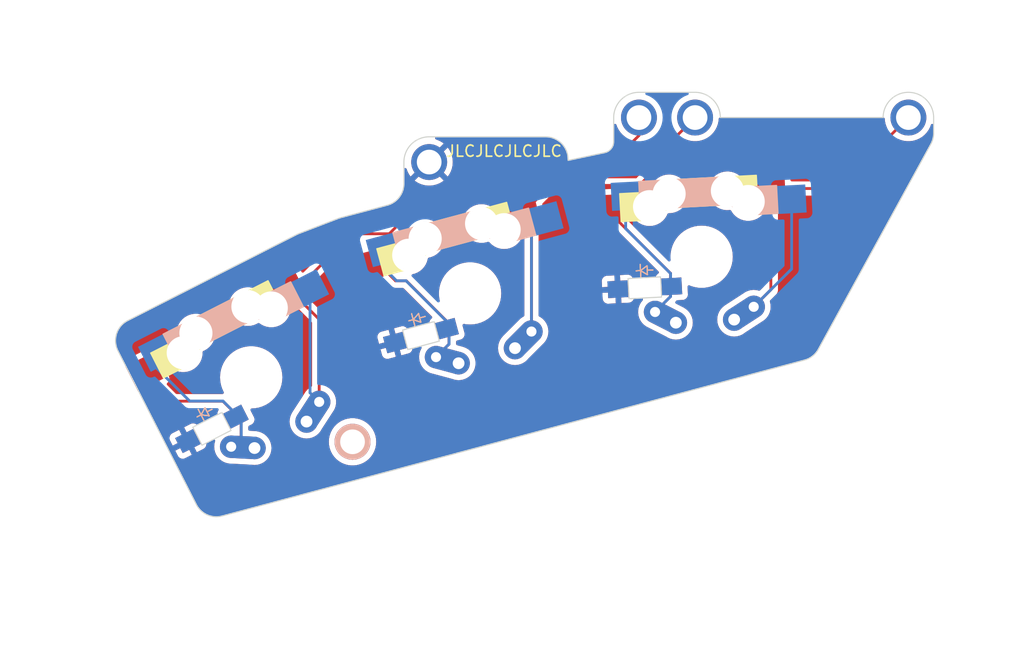
<source format=kicad_pcb>
(kicad_pcb (version 20221018) (generator pcbnew)
  (layers (0 "F.Cu" signal) (31 "B.Cu" signal) (34 "B.Paste" user) (35 "F.Paste" user) (36 "B.SilkS" user "B.Silkscreen") (37 "F.SilkS" user "F.Silkscreen") (38 "B.Mask" user) (39 "F.Mask" user) (44 "Edge.Cuts" user))
  (net 0 "")
  (net 1 "ROW4")
  (net 2 "COL5")
  (net 3 "COL6")
  (net 4 "COL4")
  (net 5 "unconnected-(SW31-Pad3)")
  (net 6 "unconnected-(SW32-Pad3)")
  (net 7 "unconnected-(SW33-Pad3)")
  (footprint "footprints:ks33-hotswap-diode-smd_1u" (layer "F.Cu") (at 133.578563 92.461745 3)
    (fp_text reference "SW33" hide)
    (fp_text value "Switch" hide)
    (fp_line (start -5.9 0.95) (end -5.5 0.95) (stroke (width 0.1)) (layer "B.SilkS"))
    (fp_line (start -5.9 0.95) (end -5.5 0.95) (stroke (width 0.1)) (layer "B.SilkS"))
    (fp_line (start -5.5 0.95) (end -5.5 0.4) (stroke (width 0.1)) (layer "B.SilkS"))
    (fp_line (start -5.5 0.95) (end -5.5 0.4) (stroke (width 0.1)) (layer "B.SilkS"))
    (fp_line (start -5.5 0.95) (end -5.5 1.5) (stroke (width 0.1)) (layer "B.SilkS"))
    (fp_line (start -5.5 0.95) (end -5.5 1.5) (stroke (width 0.1)) (layer "B.SilkS"))
    (fp_line (start -5.5 0.95) (end -4.9 0.55) (stroke (width 0.1)) (layer "B.SilkS"))
    (fp_line (start -5.5 0.95) (end -4.9 0.55) (stroke (width 0.1)) (layer "B.SilkS"))
    (fp_line (start -4.9 0.55) (end -4.9 1.35) (stroke (width 0.1)) (layer "B.SilkS"))
    (fp_line (start -4.9 0.55) (end -4.9 1.35) (stroke (width 0.1)) (layer "B.SilkS"))
    (fp_line (start -4.9 0.95) (end -4.4 0.95) (stroke (width 0.1)) (layer "B.SilkS"))
    (fp_line (start -4.9 0.95) (end -4.4 0.95) (stroke (width 0.1)) (layer "B.SilkS"))
    (fp_line (start -4.9 1.35) (end -5.5 0.95) (stroke (width 0.1)) (layer "B.SilkS"))
    (fp_line (start -4.9 1.35) (end -5.5 0.95) (stroke (width 0.1)) (layer "B.SilkS"))
    (fp_poly (pts (xy 7 -6) (xy 7 -3.5) (xy 5.08 -3.5) (xy 2.54 -4.5) (xy -5.25 -4.5) (xy -5.25 -7) (xy 3 -7) (xy 4 -6)) (stroke (width 0.1)) (fill solid) (layer "B.SilkS"))
    (fp_line (start -5.9 0.95) (end -5.5 0.95) (stroke (width 0.1)) (layer "F.SilkS"))
    (fp_line (start -5.9 0.95) (end -5.5 0.95) (stroke (width 0.1)) (layer "F.SilkS"))
    (fp_line (start -5.5 0.95) (end -5.5 0.4) (stroke (width 0.1)) (layer "F.SilkS"))
    (fp_line (start -5.5 0.95) (end -5.5 0.4) (stroke (width 0.1)) (layer "F.SilkS"))
    (fp_line (start -5.5 0.95) (end -5.5 1.5) (stroke (width 0.1)) (layer "F.SilkS"))
    (fp_line (start -5.5 0.95) (end -5.5 1.5) (stroke (width 0.1)) (layer "F.SilkS"))
    (fp_line (start -5.5 0.95) (end -4.9 1.35) (stroke (width 0.1)) (layer "F.SilkS"))
    (fp_line (start -5.5 0.95) (end -4.9 1.35) (stroke (width 0.1)) (layer "F.SilkS"))
    (fp_line (start -4.9 0.55) (end -5.5 0.95) (stroke (width 0.1)) (layer "F.SilkS"))
    (fp_line (start -4.9 0.55) (end -5.5 0.95) (stroke (width 0.1)) (layer "F.SilkS"))
    (fp_line (start -4.9 0.95) (end -4.4 0.95) (stroke (width 0.1)) (layer "F.SilkS"))
    (fp_line (start -4.9 0.95) (end -4.4 0.95) (stroke (width 0.1)) (layer "F.SilkS"))
    (fp_line (start -4.9 1.35) (end -4.9 0.55) (stroke (width 0.1)) (layer "F.SilkS"))
    (fp_line (start -4.9 1.35) (end -4.9 0.55) (stroke (width 0.1)) (layer "F.SilkS"))
    (fp_poly (pts (xy -7 -6) (xy -7 -3.5) (xy -5.08 -3.5) (xy -2.54 -4.5) (xy 5.25 -4.5) (xy 5.25 -7) (xy -3 -7) (xy -4 -6)) (stroke (width 0.1)) (fill solid) (layer "F.SilkS"))
    (fp_rect (start -6.65 1.6) (end -3.75 3.4) (stroke (width 0.1)) (fill none) (layer "Edge.Cuts"))
    (pad "" np_thru_hole circle (at -4.4 -4.7 183) (size 2.95 2.95) (drill 2.95) (layers "F&B.Cu" "*.Mask"))
    (pad "" np_thru_hole circle (at -2.6 -5.75 183) (size 2.95 2.95) (drill 2.95) (layers "F&B.Cu" "*.Mask"))
    (pad "" np_thru_hole circle (at 0 0 183) (size 5.05 5.05) (drill 5.05) (layers "F&B.Cu" "*.Mask"))
    (pad "" np_thru_hole circle (at 2.6 -5.75 183) (size 2.95 2.95) (drill 2.95) (layers "F&B.Cu" "*.Mask"))
    (pad "" np_thru_hole circle (at 4.4 -4.7 183) (size 2.95 2.95) (drill 2.95) (layers "F&B.Cu" "*.Mask"))
    (pad "1" thru_hole circle (at 2.6 5.75 3) (size 2 2) (drill 1.05) (layers "*.Cu" "*.Mask") (net 3 "COL6"))
    (pad "1" thru_hole oval (at 4.4 4.7 213) (size 4 2) (drill 0.9 (offset 1 0)) (layers "*.Cu" "*.Mask") (net 3 "COL6"))
    (pad "1" smd rect (at 6.475 -5.75 3) (size 2.55 2.5) (layers "F.Cu" "F.Paste" "F.Mask") (net 3 "COL6"))
    (pad "1" smd rect (at 8.275 -4.7 3) (size 2.55 2.5) (layers "B.Cu" "B.Paste" "B.Mask") (net 3 "COL6"))
    (pad "2" smd rect (at -7.6 2.5 183) (size 1.8 1.5) (layers "F.Cu" "F.Paste" "F.Mask") (net 1 "ROW4"))
    (pad "2" smd rect (at -7.6 2.5 183) (size 1.8 1.5) (layers "B.Cu" "B.Paste" "B.Mask") (net 1 "ROW4"))
    (pad "3" smd rect (at -8.275 -4.7 3) (size 2.55 2.5) (layers "F.Cu" "F.Paste" "F.Mask") (net 7 "unconnected-(SW33-Pad3)"))
    (pad "3" smd rect (at -6.475 -5.75 3) (size 2.55 2.5) (layers "B.Cu" "B.Paste" "B.Mask") (net 7 "unconnected-(SW33-Pad3)"))
    (pad "3" thru_hole oval (at -4.4 4.7 333) (size 4 2) (drill 0.9 (offset 1 0)) (layers "*.Cu" "*.Mask") (net 7 "unconnected-(SW33-Pad3)"))
    (pad "3" smd rect (at -2.8 2.5 183) (size 1.8 1.5) (layers "F.Cu" "F.Paste" "F.Mask") (net 7 "unconnected-(SW33-Pad3)"))
    (pad "3" smd rect (at -2.8 2.5 183) (size 1.8 1.5) (layers "B.Cu" "B.Paste" "B.Mask") (net 7 "unconnected-(SW33-Pad3)"))
    (pad "3" thru_hole circle (at -2.6 5.75 3) (size 2 2) (drill 1.05) (layers "*.Cu" "*.Mask") (net 7 "unconnected-(SW33-Pad3)"))
  )
  (footprint "footprints:1pin_connector" (layer "F.Cu") (at 151.995086 80.053869)
    (fp_text reference "J3" hide)
    (fp_text value "1pin_Connector")
    (pad "1" thru_hole circle (at 0 0 180) (size 3.2 3.2) (drill 2.2) (layers "*.Cu" "*.Mask") (net 3 "COL6"))
  )
  (footprint "footprints:1pin_connector" (layer "F.Cu") (at 132.995086 80.053869)
    (fp_text reference "J2" hide)
    (fp_text value "1pin_Connector")
    (pad "1" thru_hole circle (at 0 0 180) (size 3.2 3.2) (drill 2.2) (layers "*.Cu" "*.Mask") (net 2 "COL5"))
  )
  (footprint "footprints:1pin_connector" (layer "F.Cu") (at 109.309772 84.021017)
    (fp_text reference "J1" hide)
    (fp_text value "1pin_Connector")
    (pad "1" thru_hole circle (at 0 0 180) (size 3.2 3.2) (drill 2.2) (layers "*.Cu" "*.Mask") (net 1 "ROW4"))
  )
  (footprint "footprints:ks33-hotswap-diode-smd_1u" (layer "F.Cu") (at 112.953698 95.728402 15)
    (fp_text reference "SW32" hide)
    (fp_text value "Switch" hide)
    (fp_line (start -5.9 0.95) (end -5.5 0.95) (stroke (width 0.1)) (layer "B.SilkS"))
    (fp_line (start -5.9 0.95) (end -5.5 0.95) (stroke (width 0.1)) (layer "B.SilkS"))
    (fp_line (start -5.5 0.95) (end -5.5 0.4) (stroke (width 0.1)) (layer "B.SilkS"))
    (fp_line (start -5.5 0.95) (end -5.5 0.4) (stroke (width 0.1)) (layer "B.SilkS"))
    (fp_line (start -5.5 0.95) (end -5.5 1.5) (stroke (width 0.1)) (layer "B.SilkS"))
    (fp_line (start -5.5 0.95) (end -5.5 1.5) (stroke (width 0.1)) (layer "B.SilkS"))
    (fp_line (start -5.5 0.95) (end -4.9 0.55) (stroke (width 0.1)) (layer "B.SilkS"))
    (fp_line (start -5.5 0.95) (end -4.9 0.55) (stroke (width 0.1)) (layer "B.SilkS"))
    (fp_line (start -4.9 0.55) (end -4.9 1.35) (stroke (width 0.1)) (layer "B.SilkS"))
    (fp_line (start -4.9 0.55) (end -4.9 1.35) (stroke (width 0.1)) (layer "B.SilkS"))
    (fp_line (start -4.9 0.95) (end -4.4 0.95) (stroke (width 0.1)) (layer "B.SilkS"))
    (fp_line (start -4.9 0.95) (end -4.4 0.95) (stroke (width 0.1)) (layer "B.SilkS"))
    (fp_line (start -4.9 1.35) (end -5.5 0.95) (stroke (width 0.1)) (layer "B.SilkS"))
    (fp_line (start -4.9 1.35) (end -5.5 0.95) (stroke (width 0.1)) (layer "B.SilkS"))
    (fp_poly (pts (xy 7 -6) (xy 7 -3.5) (xy 5.08 -3.5) (xy 2.54 -4.5) (xy -5.25 -4.5) (xy -5.25 -7) (xy 3 -7) (xy 4 -6)) (stroke (width 0.1)) (fill solid) (layer "B.SilkS"))
    (fp_line (start -5.9 0.95) (end -5.5 0.95) (stroke (width 0.1)) (layer "F.SilkS"))
    (fp_line (start -5.9 0.95) (end -5.5 0.95) (stroke (width 0.1)) (layer "F.SilkS"))
    (fp_line (start -5.5 0.95) (end -5.5 0.4) (stroke (width 0.1)) (layer "F.SilkS"))
    (fp_line (start -5.5 0.95) (end -5.5 0.4) (stroke (width 0.1)) (layer "F.SilkS"))
    (fp_line (start -5.5 0.95) (end -5.5 1.5) (stroke (width 0.1)) (layer "F.SilkS"))
    (fp_line (start -5.5 0.95) (end -5.5 1.5) (stroke (width 0.1)) (layer "F.SilkS"))
    (fp_line (start -5.5 0.95) (end -4.9 1.35) (stroke (width 0.1)) (layer "F.SilkS"))
    (fp_line (start -5.5 0.95) (end -4.9 1.35) (stroke (width 0.1)) (layer "F.SilkS"))
    (fp_line (start -4.9 0.55) (end -5.5 0.95) (stroke (width 0.1)) (layer "F.SilkS"))
    (fp_line (start -4.9 0.55) (end -5.5 0.95) (stroke (width 0.1)) (layer "F.SilkS"))
    (fp_line (start -4.9 0.95) (end -4.4 0.95) (stroke (width 0.1)) (layer "F.SilkS"))
    (fp_line (start -4.9 0.95) (end -4.4 0.95) (stroke (width 0.1)) (layer "F.SilkS"))
    (fp_line (start -4.9 1.35) (end -4.9 0.55) (stroke (width 0.1)) (layer "F.SilkS"))
    (fp_line (start -4.9 1.35) (end -4.9 0.55) (stroke (width 0.1)) (layer "F.SilkS"))
    (fp_poly (pts (xy -7 -6) (xy -7 -3.5) (xy -5.08 -3.5) (xy -2.54 -4.5) (xy 5.25 -4.5) (xy 5.25 -7) (xy -3 -7) (xy -4 -6)) (stroke (width 0.1)) (fill solid) (layer "F.SilkS"))
    (fp_rect (start -6.65 1.6) (end -3.75 3.4) (stroke (width 0.1)) (fill none) (layer "Edge.Cuts"))
    (pad "" np_thru_hole circle (at -4.4 -4.7 195) (size 2.95 2.95) (drill 2.95) (layers "F&B.Cu" "*.Mask"))
    (pad "" np_thru_hole circle (at -2.6 -5.75 195) (size 2.95 2.95) (drill 2.95) (layers "F&B.Cu" "*.Mask"))
    (pad "" np_thru_hole circle (at 0 0 195) (size 5.05 5.05) (drill 5.05) (layers "F&B.Cu" "*.Mask"))
    (pad "" np_thru_hole circle (at 2.6 -5.75 195) (size 2.95 2.95) (drill 2.95) (layers "F&B.Cu" "*.Mask"))
    (pad "" np_thru_hole circle (at 4.4 -4.7 195) (size 2.95 2.95) (drill 2.95) (layers "F&B.Cu" "*.Mask"))
    (pad "1" thru_hole circle (at 2.6 5.75 15) (size 2 2) (drill 1.05) (layers "*.Cu" "*.Mask") (net 2 "COL5"))
    (pad "1" thru_hole oval (at 4.4 4.7 225) (size 4 2) (drill 0.9 (offset 1 0)) (layers "*.Cu" "*.Mask") (net 2 "COL5"))
    (pad "1" smd rect (at 6.475 -5.75 15) (size 2.55 2.5) (layers "F.Cu" "F.Paste" "F.Mask") (net 2 "COL5"))
    (pad "1" smd rect (at 8.275 -4.7 15) (size 2.55 2.5) (layers "B.Cu" "B.Paste" "B.Mask") (net 2 "COL5"))
    (pad "2" smd rect (at -7.6 2.5 195) (size 1.8 1.5) (layers "F.Cu" "F.Paste" "F.Mask") (net 1 "ROW4"))
    (pad "2" smd rect (at -7.6 2.5 195) (size 1.8 1.5) (layers "B.Cu" "B.Paste" "B.Mask") (net 1 "ROW4"))
    (pad "3" smd rect (at -8.275 -4.7 15) (size 2.55 2.5) (layers "F.Cu" "F.Paste" "F.Mask") (net 6 "unconnected-(SW32-Pad3)"))
    (pad "3" smd rect (at -6.475 -5.75 15) (size 2.55 2.5) (layers "B.Cu" "B.Paste" "B.Mask") (net 6 "unconnected-(SW32-Pad3)"))
    (pad "3" thru_hole oval (at -4.4 4.7 345) (size 4 2) (drill 0.9 (offset 1 0)) (layers "*.Cu" "*.Mask") (net 6 "unconnected-(SW32-Pad3)"))
    (pad "3" smd rect (at -2.8 2.5 195) (size 1.8 1.5) (layers "F.Cu" "F.Paste" "F.Mask") (net 6 "unconnected-(SW32-Pad3)"))
    (pad "3" smd rect (at -2.8 2.5 195) (size 1.8 1.5) (layers "B.Cu" "B.Paste" "B.Mask") (net 6 "unconnected-(SW32-Pad3)"))
    (pad "3" thru_hole circle (at -2.6 5.75 15) (size 2 2) (drill 1.05) (layers "*.Cu" "*.Mask") (net 6 "unconnected-(SW32-Pad3)"))
  )
  (footprint "footprints:ks33-hotswap-diode-smd_1u" (layer "F.Cu") (at 93.458712 103.211826 27)
    (fp_text reference "SW31" hide)
    (fp_text value "Switch" hide)
    (fp_line (start -5.9 0.95) (end -5.5 0.95) (stroke (width 0.1)) (layer "B.SilkS"))
    (fp_line (start -5.9 0.95) (end -5.5 0.95) (stroke (width 0.1)) (layer "B.SilkS"))
    (fp_line (start -5.5 0.95) (end -5.5 0.4) (stroke (width 0.1)) (layer "B.SilkS"))
    (fp_line (start -5.5 0.95) (end -5.5 0.4) (stroke (width 0.1)) (layer "B.SilkS"))
    (fp_line (start -5.5 0.95) (end -5.5 1.5) (stroke (width 0.1)) (layer "B.SilkS"))
    (fp_line (start -5.5 0.95) (end -5.5 1.5) (stroke (width 0.1)) (layer "B.SilkS"))
    (fp_line (start -5.5 0.95) (end -4.9 0.55) (stroke (width 0.1)) (layer "B.SilkS"))
    (fp_line (start -5.5 0.95) (end -4.9 0.55) (stroke (width 0.1)) (layer "B.SilkS"))
    (fp_line (start -4.9 0.55) (end -4.9 1.35) (stroke (width 0.1)) (layer "B.SilkS"))
    (fp_line (start -4.9 0.55) (end -4.9 1.35) (stroke (width 0.1)) (layer "B.SilkS"))
    (fp_line (start -4.9 0.95) (end -4.4 0.95) (stroke (width 0.1)) (layer "B.SilkS"))
    (fp_line (start -4.9 0.95) (end -4.4 0.95) (stroke (width 0.1)) (layer "B.SilkS"))
    (fp_line (start -4.9 1.35) (end -5.5 0.95) (stroke (width 0.1)) (layer "B.SilkS"))
    (fp_line (start -4.9 1.35) (end -5.5 0.95) (stroke (width 0.1)) (layer "B.SilkS"))
    (fp_poly (pts (xy 7 -6) (xy 7 -3.5) (xy 5.08 -3.5) (xy 2.54 -4.5) (xy -5.25 -4.5) (xy -5.25 -7) (xy 3 -7) (xy 4 -6)) (stroke (width 0.1)) (fill solid) (layer "B.SilkS"))
    (fp_line (start -5.9 0.95) (end -5.5 0.95) (stroke (width 0.1)) (layer "F.SilkS"))
    (fp_line (start -5.9 0.95) (end -5.5 0.95) (stroke (width 0.1)) (layer "F.SilkS"))
    (fp_line (start -5.5 0.95) (end -5.5 0.4) (stroke (width 0.1)) (layer "F.SilkS"))
    (fp_line (start -5.5 0.95) (end -5.5 0.4) (stroke (width 0.1)) (layer "F.SilkS"))
    (fp_line (start -5.5 0.95) (end -5.5 1.5) (stroke (width 0.1)) (layer "F.SilkS"))
    (fp_line (start -5.5 0.95) (end -5.5 1.5) (stroke (width 0.1)) (layer "F.SilkS"))
    (fp_line (start -5.5 0.95) (end -4.9 1.35) (stroke (width 0.1)) (layer "F.SilkS"))
    (fp_line (start -5.5 0.95) (end -4.9 1.35) (stroke (width 0.1)) (layer "F.SilkS"))
    (fp_line (start -4.9 0.55) (end -5.5 0.95) (stroke (width 0.1)) (layer "F.SilkS"))
    (fp_line (start -4.9 0.55) (end -5.5 0.95) (stroke (width 0.1)) (layer "F.SilkS"))
    (fp_line (start -4.9 0.95) (end -4.4 0.95) (stroke (width 0.1)) (layer "F.SilkS"))
    (fp_line (start -4.9 0.95) (end -4.4 0.95) (stroke (width 0.1)) (layer "F.SilkS"))
    (fp_line (start -4.9 1.35) (end -4.9 0.55) (stroke (width 0.1)) (layer "F.SilkS"))
    (fp_line (start -4.9 1.35) (end -4.9 0.55) (stroke (width 0.1)) (layer "F.SilkS"))
    (fp_poly (pts (xy -7 -6) (xy -7 -3.5) (xy -5.08 -3.5) (xy -2.54 -4.5) (xy 5.25 -4.5) (xy 5.25 -7) (xy -3 -7) (xy -4 -6)) (stroke (width 0.1)) (fill solid) (layer "F.SilkS"))
    (fp_rect (start -6.65 1.6) (end -3.75 3.4) (stroke (width 0.1)) (fill none) (layer "Edge.Cuts"))
    (pad "" np_thru_hole circle (at -4.4 -4.7 207) (size 2.95 2.95) (drill 2.95) (layers "F&B.Cu" "*.Mask"))
    (pad "" np_thru_hole circle (at -2.6 -5.75 207) (size 2.95 2.95) (drill 2.95) (layers "F&B.Cu" "*.Mask"))
    (pad "" np_thru_hole circle (at 0 0 207) (size 5.05 5.05) (drill 5.05) (layers "F&B.Cu" "*.Mask"))
    (pad "" np_thru_hole circle (at 2.6 -5.75 207) (size 2.95 2.95) (drill 2.95) (layers "F&B.Cu" "*.Mask"))
    (pad "" np_thru_hole circle (at 4.4 -4.7 207) (size 2.95 2.95) (drill 2.95) (layers "F&B.Cu" "*.Mask"))
    (pad "1" thru_hole circle (at 2.6 5.75 27) (size 2 2) (drill 1.05) (layers "*.Cu" "*.Mask") (net 4 "COL4"))
    (pad "1" thru_hole oval (at 4.4 4.7 237) (size 4 2) (drill 0.9 (offset 1 0)) (layers "*.Cu" "*.Mask") (net 4 "COL4"))
    (pad "1" smd rect (at 6.475 -5.75 27) (size 2.55 2.5) (layers "F.Cu" "F.Paste" "F.Mask") (net 4 "COL4"))
    (pad "1" smd rect (at 8.275 -4.7 27) (size 2.55 2.5) (layers "B.Cu" "B.Paste" "B.Mask") (net 4 "COL4"))
    (pad "2" smd rect (at -7.6 2.5 207) (size 1.8 1.5) (layers "F.Cu" "F.Paste" "F.Mask") (net 1 "ROW4"))
    (pad "2" smd rect (at -7.6 2.5 207) (size 1.8 1.5) (layers "B.Cu" "B.Paste" "B.Mask") (net 1 "ROW4"))
    (pad "3" smd rect (at -8.275 -4.7 27) (size 2.55 2.5) (layers "F.Cu" "F.Paste" "F.Mask") (net 5 "unconnected-(SW31-Pad3)"))
    (pad "3" smd rect (at -6.475 -5.75 27) (size 2.55 2.5) (layers "B.Cu" "B.Paste" "B.Mask") (net 5 "unconnected-(SW31-Pad3)"))
    (pad "3" thru_hole oval (at -4.4 4.7 357) (size 4 2) (drill 0.9 (offset 1 0)) (layers "*.Cu" "*.Mask") (net 5 "unconnected-(SW31-Pad3)"))
    (pad "3" smd rect (at -2.8 2.5 207) (size 1.8 1.5) (layers "F.Cu" "F.Paste" "F.Mask") (net 5 "unconnected-(SW31-Pad3)"))
    (pad "3" smd rect (at -2.8 2.5 207) (size 1.8 1.5) (layers "B.Cu" "B.Paste" "B.Mask") (net 5 "unconnected-(SW31-Pad3)"))
    (pad "3" thru_hole circle (at -2.6 5.75 27) (size 2 2) (drill 1.05) (layers "*.Cu" "*.Mask") (net 5 "unconnected-(SW31-Pad3)"))
  )
  (footprint "footprints:1pin_connector" (layer "F.Cu") (at 127.995086 80.053869)
    (fp_text reference "J4" hide)
    (fp_text value "1pin_Connector")
    (pad "1" thru_hole circle (at 0 0 180) (size 3.2 3.2) (drill 2.2) (layers "*.Cu" "*.Mask") (net 4 "COL4"))
  )
  (footprint "" (layer "B.Cu") (at 102.482327 108.958182)
    (fp_text reference "" (at 0 0) (layer "B.SilkS") (effects (font (size 1.27 1.27)) (justify mirror)))
    (fp_text value "" (at 0 0) (layer "B.SilkS") (effects (font (size 1.27 1.27)) (justify mirror)))
    (pad "" np_thru_hole circle (at 0 0 85) (size 3.2 3.2) (drill 2.2) (layers "F&B.Cu" "*.Mask" "B.SilkS"))
  )
  (gr_poly (pts (arc (start 121.681588 83.771017) (mid 121.095803 82.3568) (end 119.681588 81.771017)) (arc (start 109.309772 81.771017) (mid 107.718782 82.430027) (end 107.059772 84.021017)) (arc (start 107.059772 85.939863) (mid 106.646216 87.157727) (end 105.576578 87.871937)) (arc (start 101.420295 88.983692) (mid 101.319477 89.01352) (end 101.220365 89.048605)) (arc (start 97.708218 90.396792) (mid 97.611479 90.43686) (end 97.516972 90.481939)) (arc (start 82.463253 98.152193) (mid 81.469121 99.316172) (end 81.589221 100.842187)) (arc (start 88.571791 114.546252) (mid 89.540332 115.465364) (end 90.871443 115.570123)) (arc (start 142.737117 101.672758) (mid 143.454659 101.313897) (end 143.973452 100.701936)) (arc (start 153.999059 82.404224) (mid 154.182603 81.939205) (end 154.245086 81.443194)) (arc (start 154.245086 80.053869) (mid 151.995086 77.803869) (end 149.745086 80.053869)) (arc (start 135.245086 80.053869) (mid 134.586077 78.462878) (end 132.995086 77.803869)) (arc (start 127.995086 77.803869) (mid 126.404096 78.462879) (end 125.745086 80.053869)) (arc (start 125.745086 82.204691) (mid 125.521958 82.834353) (end 124.95214 83.18302)) (xy 121.681588 83.875201)) (stroke (width 0.1)) (fill none) (layer "Edge.Cuts"))
  (gr_text "JLCJLCJLCJLC" (at 115.981588 83.045201) (layer "F.SilkS") (effects (font (size 1 1))))
  (segment (start 117.719858 88.498475) (end 118.420221 89.198838) (width 0.25) (layer "F.Cu") (net 2))
  (segment (start 127.703754 85.345201) (end 120.873132 85.345201) (width 0.25) (layer "F.Cu") (net 2))
  (segment (start 118.420221 89.198838) (end 118.420221 99.12945) (width 0.25) (layer "F.Cu") (net 2))
  (segment (start 132.995086 80.053869) (end 127.703754 85.345201) (width 0.25) (layer "F.Cu") (net 2))
  (segment (start 120.873132 85.345201) (end 117.719858 88.498475) (width 0.25) (layer "F.Cu") (net 2))
  (segment (start 118.420221 90.356887) (end 118.420221 99.12945) (width 0.25) (layer "B.Cu") (net 2))
  (segment (start 119.730285 89.046823) (end 118.420221 90.356887) (width 0.25) (layer "B.Cu") (net 2))
  (segment (start 139.743757 95.399781) (end 138.218512 96.925026) (width 0.25) (layer "F.Cu") (net 3))
  (segment (start 151.995086 80.053869) (end 145.668205 86.38075) (width 0.25) (layer "F.Cu") (net 3))
  (segment (start 139.743757 86.38075) (end 139.743757 95.399781) (width 0.25) (layer "F.Cu") (net 3))
  (segment (start 145.668205 86.38075) (end 139.743757 86.38075) (width 0.25) (layer "F.Cu") (net 3))
  (segment (start 141.596243 93.547295) (end 138.218512 96.925026) (width 0.25) (layer "B.Cu") (net 3))
  (segment (start 141.596243 87.335106) (end 141.596243 93.547295) (width 0.25) (layer "B.Cu") (net 3))
  (segment (start 113.621588 85.955201) (end 111.291588 88.285201) (width 0.25) (layer "F.Cu") (net 4))
  (segment (start 124.753754 84.895201) (end 120.686736 84.895201) (width 0.25) (layer "F.Cu") (net 4))
  (segment (start 127.995086 80.053869) (end 127.995086 81.653869) (width 0.25) (layer "F.Cu") (net 4))
  (segment (start 105.751588 90.415201) (end 102.461588 90.415201) (width 0.25) (layer "F.Cu") (net 4))
  (segment (start 97.727839 95.14895) (end 96.617534 95.14895) (width 0.25) (layer "F.Cu") (net 4))
  (segment (start 127.995086 81.653869) (end 124.753754 84.895201) (width 0.25) (layer "F.Cu") (net 4))
  (segment (start 120.686736 84.895201) (end 119.626736 85.955201) (width 0.25) (layer "F.Cu") (net 4))
  (segment (start 111.291588 88.285201) (end 107.881588 88.285201) (width 0.25) (layer "F.Cu") (net 4))
  (segment (start 99.512896 98.044312) (end 99.512896 105.401998) (width 0.25) (layer "F.Cu") (net 4))
  (segment (start 107.881588 88.285201) (end 105.751588 90.415201) (width 0.25) (layer "F.Cu") (net 4))
  (segment (start 119.626736 85.955201) (end 113.621588 85.955201) (width 0.25) (layer "F.Cu") (net 4))
  (segment (start 102.461588 90.415201) (end 97.727839 95.14895) (width 0.25) (layer "F.Cu") (net 4))
  (segment (start 96.617534 95.14895) (end 99.512896 98.044312) (width 0.25) (layer "F.Cu") (net 4))
  (segment (start 98.698036 104.587138) (end 99.512896 105.401998) (width 0.25) (layer "B.Cu") (net 4))
  (segment (start 98.698036 95.267324) (end 98.698036 104.587138) (width 0.25) (layer "B.Cu") (net 4))
  (segment (start 92.009769 106.755915) (end 92.561588 107.307734) (width 0.25) (layer "F.Cu") (net 5))
  (segment (start 86.506212 105.335201) (end 90.931588 105.335201) (width 0.25) (layer "F.Cu") (net 5))
  (segment (start 92.009769 106.413382) (end 92.009769 106.755915) (width 0.25) (layer "F.Cu") (net 5))
  (segment (start 92.561588 108.507566) (end 91.672039 109.397115) (width 0.25) (layer "F.Cu") (net 5))
  (segment (start 83.951878 102.780867) (end 86.506212 105.335201) (width 0.25) (layer "F.Cu") (net 5))
  (segment (start 90.931588 105.335201) (end 92.009769 106.413382) (width 0.25) (layer "F.Cu") (net 5))
  (segment (start 92.561588 107.307734) (end 92.561588 108.507566) (width 0.25) (layer "F.Cu") (net 5))
  (segment (start 92.567391 108.501763) (end 91.672039 109.397115) (width 0.25) (layer "B.Cu") (net 5))
  (segment (start 90.941588 105.325201) (end 92.009769 106.393382) (width 0.25) (layer "B.Cu") (net 5))
  (segment (start 92.009769 106.393382) (end 92.009769 106.755915) (width 0.25) (layer "B.Cu") (net 5))
  (segment (start 92.567391 107.313537) (end 92.567391 108.501763) (width 0.25) (layer "B.Cu") (net 5))
  (segment (start 85.078999 101.028127) (end 85.078999 102.431035) (width 0.25) (layer "B.Cu") (net 5))
  (segment (start 87.973165 105.325201) (end 90.941588 105.325201) (width 0.25) (layer "B.Cu") (net 5))
  (segment (start 85.078999 102.431035) (end 87.973165 105.325201) (width 0.25) (layer "B.Cu") (net 5))
  (segment (start 92.009769 106.755915) (end 92.567391 107.313537) (width 0.25) (layer "B.Cu") (net 5))
  (segment (start 110.799561 98.133174) (end 110.799561 98.893792) (width 0.25) (layer "F.Cu") (net 6))
  (segment (start 107.281588 94.615201) (end 110.799561 98.133174) (width 0.25) (layer "F.Cu") (net 6))
  (segment (start 111.071588 100.255543) (end 109.920074 101.407057) (width 0.25) (layer "F.Cu") (net 6))
  (segment (start 105.036665 93.330278) (end 106.321588 94.615201) (width 0.25) (layer "F.Cu") (net 6))
  (segment (start 111.071588 99.165819) (end 111.071588 100.255543) (width 0.25) (layer "F.Cu") (net 6))
  (segment (start 103.744212 93.330278) (end 105.036665 93.330278) (width 0.25) (layer "F.Cu") (net 6))
  (segment (start 106.321588 94.615201) (end 107.281588 94.615201) (width 0.25) (layer "F.Cu") (net 6))
  (segment (start 110.799561 98.893792) (end 111.071588 99.165819) (width 0.25) (layer "F.Cu") (net 6))
  (segment (start 106.401588 94.605201) (end 107.251588 94.605201) (width 0.25) (layer "B.Cu") (net 6))
  (segment (start 107.251588 94.605201) (end 110.799561 98.153174) (width 0.25) (layer "B.Cu") (net 6))
  (segment (start 110.799561 98.893792) (end 111.081588 99.175819) (width 0.25) (layer "B.Cu") (net 6))
  (segment (start 105.211119 93.414732) (end 106.401588 94.605201) (width 0.25) (layer "B.Cu") (net 6))
  (segment (start 110.799561 98.153174) (end 110.799561 98.893792) (width 0.25) (layer "B.Cu") (net 6))
  (segment (start 111.081588 99.175819) (end 111.081588 100.245543) (width 0.25) (layer "B.Cu") (net 6))
  (segment (start 111.081588 100.245543) (end 109.920074 101.407057) (width 0.25) (layer "B.Cu") (net 6))
  (segment (start 105.211119 91.850182) (end 105.211119 93.414732) (width 0.25) (layer "B.Cu") (net 6))
  (segment (start 130.813377 93.945718) (end 130.813377 95.110093) (width 0.25) (layer "F.Cu") (net 7))
  (segment (start 130.813377 96.002777) (end 129.430572 97.385582) (width 0.25) (layer "F.Cu") (net 7))
  (segment (start 125.068925 88.201266) (end 130.813377 93.945718) (width 0.25) (layer "F.Cu") (net 7))
  (segment (start 130.813377 95.110093) (end 130.813377 96.002777) (width 0.25) (layer "F.Cu") (net 7))
  (segment (start 130.813377 93.95699) (end 130.813377 95.110093) (width 0.25) (layer "B.Cu") (net 7))
  (segment (start 126.811505 87.0585) (end 126.811505 89.955118) (width 0.25) (layer "B.Cu") (net 7))
  (segment (start 126.811505 89.955118) (end 130.813377 93.95699) (width 0.25) (layer "B.Cu") (net 7))
  (segment (start 130.813377 96.002777) (end 129.430572 97.385582) (width 0.25) (layer "B.Cu") (net 7))
  (segment (start 130.813377 95.110093) (end 130.813377 96.002777) (width 0.25) (layer "B.Cu") (net 7))
  (zone (net 1) (net_name "ROW4") (layers "F&B.Cu") (connect_pads (clearance 0.508)) (min_thickness 0.25) (fill yes (thermal_gap 0.5) (thermal_bridge_width 0.5))
    (polygon (pts (xy 162.301588 69.675201) (xy 71.081588 69.575201) (xy 71.591588 127.975201) (xy 157.741588 114.405201)))
  )
)
</source>
